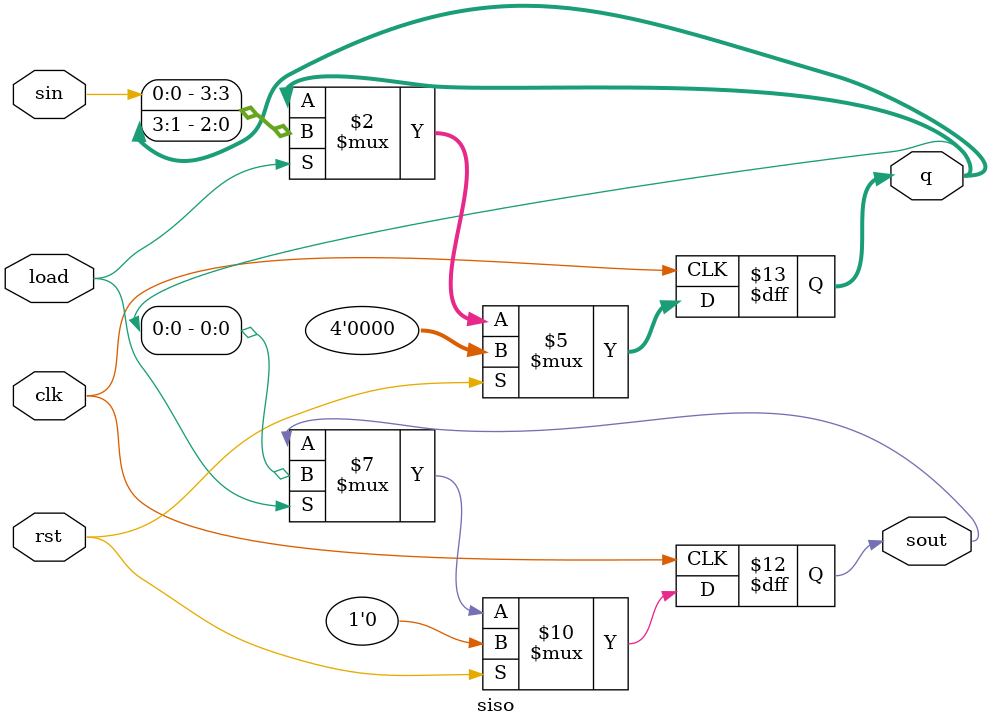
<source format=v>
module siso #(parameter n = 4)(input clk,input rst,input load,input sin,output reg sout,output reg [n-1:0] q);
always @(posedge clk) begin
    if (rst) begin
        q <= 0;
        sout <= 0;
    end
    else if (load) begin
        sout <= q[0];             
        q <= {sin, q[n-1:1]};
   end
    end
endmodule

</source>
